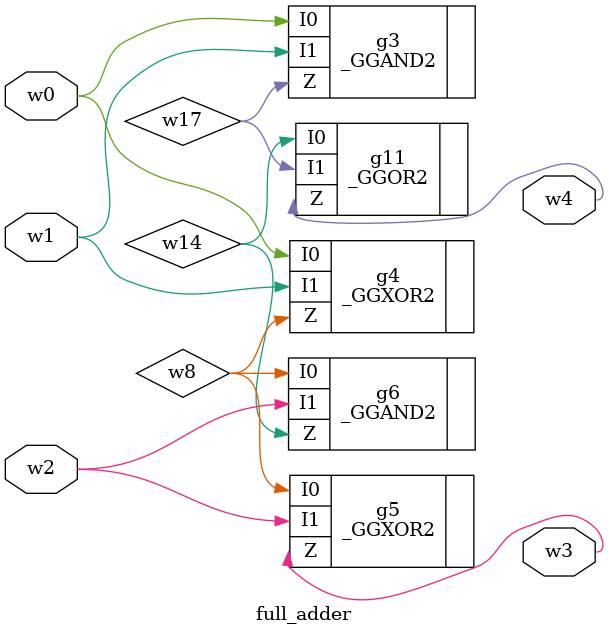
<source format=v>

`timescale 1ns/1ns


module main;    //: root_module
reg w6;    //: /sn:0 {0}(438,374)(438,364)(586,364){1}
//: {2}(590,364)(709,364){3}
//: {4}(713,364)(826,364)(826,365)(828,365){5}
//: {6}(832,365)(962,365){7}
//: {8}(830,367)(830,396){9}
//: {10}(711,366)(711,396){11}
//: {12}(588,366)(588,376)(589,376)(589,395){13}
reg w7;    //: /sn:0 {0}(881,688)(881,610)(882,610)(882,533){1}
//: {2}(884,531)(966,531){3}
//: {4}(880,531)(822,531){5}
//: {6}(818,531)(681,531){7}
//: {8}(677,531)(551,531){9}
//: {10}(547,531)(421,531){11}
//: {12}(417,531)(367,531)(367,581){13}
//: {14}(419,533)(419,543)(421,543)(421,579){15}
//: {16}(549,533)(549,537){17}
//: {18}(679,533)(679,540){19}
//: {20}(820,533)(820,540){21}
reg w4;    //: /sn:0 {0}(961,83)(823,83){1}
//: {2}(819,83)(716,83){3}
//: {4}(712,83)(594,83){5}
//: {6}(590,83)(445,83)(445,103){7}
//: {8}(592,85)(50:592,146){9}
//: {10}(714,85)(714,95)(718,95)(718,144){11}
//: {12}(821,85)(821,97)(831,97)(831,130){13}
reg w0;    //: /sn:0 {0}(834,583)(834,541)(854,541)(854,378){1}
//: {2}(854,374)(854,227){3}
//: {4}(854,223)(854,117){5}
//: {6}(854,113)(854,51){7}
//: {8}(852,115)(836,115)(836,130){9}
//: {10}(852,225)(828,225)(828,237){11}
//: {12}(852,376)(835,376)(835,396){13}
reg w3;    //: /sn:0 {0}(874,688)(874,612)(1216,612)(1216,44)(942,44)(942,66)(488,66){1}
//: {2}(486,64)(486,51){3}
//: {4}(486,68)(486,136){5}
//: {6}(484,138)(458,138)(458,152){7}
//: {8}(486,140)(486,255){9}
//: {10}(484,257)(453,257)(453,276){11}
//: {12}(486,259)(486,401){13}
//: {14}(484,403)(455,403)(455,422){15}
//: {16}(486,405)(486,562)(431,562){17}
//: {18}(427,562)(390,562)(390,582){19}
//: {20}(429,564)(429,574)(426,574)(426,579){21}
reg w24;    //: /sn:0 {0}(662,171)(662,295){1}
reg w1;    //: /sn:0 {0}(696,573)(696,515)(732,515)(732,378){1}
//: {2}(732,374)(732,229){3}
//: {4}(732,225)(732,126){5}
//: {6}(732,122)(732,53){7}
//: {8}(730,124)(723,124)(723,144){9}
//: {10}(730,227)(699,227)(699,238){11}
//: {12}(730,376)(716,376)(716,396){13}
reg w27;    //: /sn:0 {0}(793,291)(793,180)(783,180)(783,175){1}
reg w67;    //: /sn:0 {0}(320,675)(375,675)(375,697){1}
reg w2;    //: /sn:0 {0}(554,576)(554,569)(570,569)(570,519)(612,519)(612,377){1}
//: {2}(612,373)(612,220){3}
//: {4}(612,216)(612,133){5}
//: {6}(612,129)(612,51){7}
//: {8}(610,131)(597,131)(597,146){9}
//: {10}(610,218)(574,218)(574,240){11}
//: {12}(610,375)(594,375)(594,395){13}
reg w11;    //: /sn:0 {0}(545,296)(545,231)(537,231)(537,173){1}
supply0 w47;    //: /sn:0 {0}(345,769)(345,742)(377,742)(377,727){1}
reg w5;    //: /sn:0 {0}(436,228)(436,209)(562,209){1}
//: {2}(566,209)(692,209){3}
//: {4}(696,209)(821,209){5}
//: {6}(825,209)(959,209){7}
//: {8}(823,211)(823,237){9}
//: {10}(694,211)(694,238){11}
//: {12}(564,211)(564,231)(569,231)(569,240){13}
wire w13;    //: /sn:0 {0}(655,295)(655,196)(594,196)(594,167){1}
wire w16;    //: /sn:0 {0}(786,291)(786,195)(720,195)(720,165){1}
wire w58;    //: /sn:0 {0}(829,583)(829,570)(820,570)(820,556){1}
wire w50;    //: /sn:0 {0}(390,618)(390,598){1}
wire w34;    //: /sn:0 {0}(619,697)(619,673)(540,673)(540,648){1}
wire w59;    //: /sn:0 {0}(752,693)(752,669)(785,669)(785,645){1}
wire w81;    //: /sn:0 {0}(879,718)(879,725)(1109,725){1}
wire w25;    //: /sn:0 {0}(646,617)(646,506)(545,506)(545,476){1}
wire w39;    //: /sn:0 {0}(783,477)(783,501)(790,501)(790,615){1}
wire w56;    //: /sn:0 {0}(648,647)(648,672)(626,672)(626,697){1}
wire w22;    //: /sn:0 {0}(781,447)(781,355)(667,355)(667,325){1}
wire w36;    //: /sn:0 {0}(832,417)(832,432)(795,432)(795,447){1}
wire w20;    //: /sn:0 {0}(540,326)(540,446){1}
wire w60;    //: /sn:0 {0}(387,762)(387,727){1}
wire w30;    //: /sn:0 {0}(800,291)(800,274)(825,274)(825,258){1}
wire w29;    //: /sn:0 {0}(535,476)(535,618){1}
wire w71;    //: /sn:0 {0}(631,760)(631,727){1}
wire w37;    //: /sn:0 {0}(423,600)(423,603)(397,603)(397,618){1}
wire w42;    //: /sn:0 {0}(551,597)(551,604)(542,604)(542,618){1}
wire w19;    //: /sn:0 {0}(1110,166)(833,166)(833,151){1}
wire w18;    //: /sn:0 {0}(650,446)(650,353)(550,353)(550,326){1}
wire w66;    //: /sn:0 {0}(523,762)(523,730){1}
wire w73;    //: /sn:0 {0}(747,723)(747,733)(732,733)(732,682)(633,682)(633,697){1}
wire w10;    //: /sn:0 {0}(538,296)(538,251)(455,251)(455,173){1}
wire w23;    //: /sn:0 {0}(657,446)(657,325){1}
wire w63;    //: /sn:0 {0}(513,730)(513,740)(498,740)(498,681)(389,681)(389,697){1}
wire w21;    //: /sn:0 {0}(552,296)(552,276)(571,276)(571,261){1}
wire w31;    //: /sn:0 {0}(528,618)(528,519)(452,519)(452,443){1}
wire w32;    //: /sn:0 {0}(547,446)(547,426)(591,426)(591,416){1}
wire w68;    //: /sn:0 {0}(525,700)(525,690)(606,690)(606,737)(621,737)(621,727){1}
wire w8;    //: /sn:0 {0}(798,321)(798,328)(1116,328){1}
wire w46;    //: /sn:0 {0}(383,618)(383,602)(367,602)(367,597){1}
wire w52;    //: /sn:0 {0}(691,573)(691,567)(679,567)(679,556){1}
wire w17;    //: /sn:0 {0}(788,321)(788,447){1}
wire w44;    //: /sn:0 {0}(653,617)(653,491)(652,491)(652,476){1}
wire w28;    //: /sn:0 {0}(438,390)(438,407)(450,407)(450,422){1}
wire w33;    //: /sn:0 {0}(664,446)(664,426)(713,426)(713,417){1}
wire w35;    //: /sn:0 {0}(530,648)(530,685)(518,685)(518,700){1}
wire w14;    //: /sn:0 {0}(436,244)(436,261)(448,261)(448,276){1}
wire w45;    //: /sn:0 {0}(658,647)(658,669)(745,669)(745,693){1}
wire w41;    //: /sn:0 {0}(385,648)(385,682)(382,682)(382,697){1}
wire w78;    //: /sn:0 {0}(759,693)(759,682)(784,682)(784,736)(869,736)(869,718){1}
wire w15;    //: /sn:0 {0}(533,446)(533,353)(450,353)(450,297){1}
wire w38;    //: /sn:0 {0}(1115,491)(793,491)(793,477){1}
wire w55;    //: /sn:0 {0}(693,594)(693,609)(660,609)(660,617){1}
wire w61;    //: /sn:0 {0}(797,615)(797,609)(831,609)(831,604){1}
wire w43;    //: /sn:0 {0}(783,615)(783,508)(662,508)(662,476){1}
wire w9;    //: /sn:0 {0}(445,119)(445,137)(453,137)(453,152){1}
wire w26;    //: /sn:0 {0}(696,259)(696,263)(669,263)(669,295){1}
wire w76;    //: /sn:0 {0}(757,723)(757,744)(758,744)(758,759){1}
wire w40;    //: /sn:0 {0}(511,700)(511,670)(395,670)(395,648){1}
wire w51;    //: /sn:0 {0}(549,576)(549,553){1}
wire w57;    //: /sn:0 {0}(795,645)(795,673)(867,673)(867,688){1}
//: enddecls

  //: SWITCH g4 (w4) @(979,83) /sn:0 /R:2 /w:[ 0 ] /st:0 /dn:1
  _GGAND2 #(6) g8 (.I0(w3), .I1(w9), .Z(w10));   //: @(455,163) /sn:0 /R:3 /w:[ 7 1 1 ]
  _GGAND2 #(6) g44 (.I0(w0), .I1(w6), .Z(w36));   //: @(832,407) /sn:0 /R:3 /w:[ 13 9 0 ]
  full_adder g75 (.w3(w57), .w4(w59), .w0(w61), .w1(w39), .w2(w43));   //: @(790, 630) /symbol:94362986629672 /sn:0 /w:[ 0 1 0 1 0 ]
  //: SWITCH g3 (w3) @(486,38) /sn:0 /R:3 /w:[ 3 ] /st:1 /dn:1
  //: joint g16 (w2) @(612, 131) /w:[ -1 6 8 5 ]
  //: joint g47 (w6) @(711, 364) /w:[ 4 -1 3 10 ]
  //: joint g17 (w1) @(732, 124) /w:[ -1 6 8 5 ]
  //: SWITCH g26 (w24) @(662,158) /sn:0 /R:3 /w:[ 0 ] /st:0 /dn:1
  //: SWITCH g2 (w2) @(612,38) /sn:0 /R:3 /w:[ 7 ] /st:0 /dn:1
  _GGAND2 #(6) g23 (.I0(w2), .I1(w5), .Z(w21));   //: @(571,251) /sn:0 /R:3 /w:[ 11 13 1 ]
  full_adder g30 (.w3(w22), .w4(w23), .w0(w26), .w1(w24), .w2(w13));   //: @(662, 310) /symbol:94362986629672 /sn:0 /w:[ 1 1 1 1 0 ]
  //: joint g74 (w7) @(820, 531) /w:[ 5 -1 6 20 ]
  //: SWITCH g1 (w1) @(732,40) /sn:0 /R:3 /w:[ 7 ] /st:1 /dn:1
  //: joint g24 (w3) @(486, 257) /w:[ -1 9 10 12 ]
  _GGNBUF #(2) g39 (.I(w6), .Z(w28));   //: @(438,380) /sn:0 /R:3 /w:[ 0 0 ]
  full_adder g77 (.w3(w66), .w4(w63), .w0(w68), .w1(w35), .w2(w40));   //: @(518, 715) /symbol:94362986629672 /sn:0 /w:[ 1 0 0 1 0 ]
  //: LED g86 (w71) @(631,767) /sn:0 /R:2 /w:[ 0 ] /type:0
  //: joint g29 (w5) @(564, 209) /w:[ 2 -1 1 12 ]
  _GGNBUF #(2) g60 (.I(w7), .Z(w46));   //: @(367,587) /sn:0 /R:3 /w:[ 13 1 ]
  full_adder g51 (.w3(w25), .w4(w29), .w0(w32), .w1(w20), .w2(w15));   //: @(540, 461) /symbol:94362986629672 /sn:0 /w:[ 1 0 0 1 0 ]
  //: joint g18 (w0) @(854, 115) /w:[ -1 6 8 5 ]
  //: joint g70 (w7) @(679, 531) /w:[ 7 -1 8 18 ]
  //: joint g82 (w7) @(882, 531) /w:[ 2 -1 4 1 ]
  _GGAND2 #(6) g10 (.I0(w1), .I1(w4), .Z(w16));   //: @(720,155) /sn:0 /R:3 /w:[ 9 11 1 ]
  //: SWITCH g25 (w11) @(537,160) /sn:0 /R:3 /w:[ 1 ] /st:0 /dn:1
  //: joint g65 (w7) @(549, 531) /w:[ 9 -1 10 16 ]
  full_adder g64 (.w3(w34), .w4(w35), .w0(w42), .w1(w29), .w2(w31));   //: @(535, 633) /symbol:94362986629672 /sn:0 /w:[ 1 0 1 1 0 ]
  //: joint g49 (w6) @(830, 365) /w:[ 6 -1 5 8 ]
  _GGNBUF #(2) g72 (.I(w7), .Z(w58));   //: @(820,546) /sn:0 /R:3 /w:[ 21 1 ]
  //: SWITCH g6 (w6) @(980,365) /sn:0 /R:2 /w:[ 7 ] /st:1 /dn:1
  //: joint g50 (w0) @(854, 376) /w:[ -1 2 12 1 ]
  //: SWITCH g7 (w7) @(984,531) /sn:0 /R:2 /w:[ 3 ] /st:0 /dn:1
  _GGAND2 #(6) g9 (.I0(w2), .I1(w4), .Z(w13));   //: @(594,157) /sn:0 /R:3 /w:[ 9 9 1 ]
  //: joint g35 (w0) @(854, 225) /w:[ -1 4 10 3 ]
  _GGAND2 #(6) g56 (.I0(w3), .I1(w7), .Z(w37));   //: @(423,590) /sn:0 /R:3 /w:[ 21 15 0 ]
  _GGNBUF #(2) g68 (.I(w7), .Z(w52));   //: @(679,546) /sn:0 /R:3 /w:[ 19 1 ]
  _GGAND2 #(6) g73 (.I0(w0), .I1(w58), .Z(w61));   //: @(831,594) /sn:0 /R:3 /w:[ 0 0 1 ]
  //: LED g58 (w81) @(1116,725) /sn:0 /R:3 /w:[ 1 ] /type:0
  full_adder g22 (.w3(w18), .w4(w20), .w0(w21), .w1(w11), .w2(w10));   //: @(545, 311) /symbol:94362986629672 /sn:0 /w:[ 1 0 0 0 0 ]
  _GGAND2 #(6) g31 (.I0(w1), .I1(w5), .Z(w26));   //: @(696,249) /sn:0 /R:3 /w:[ 11 11 0 ]
  _GGNBUF #(2) g59 (.I(w3), .Z(w50));   //: @(390,588) /sn:0 /R:3 /w:[ 19 1 ]
  full_adder g71 (.w3(w45), .w4(w56), .w0(w55), .w1(w44), .w2(w25));   //: @(653, 632) /symbol:94362986629672 /sn:0 /w:[ 0 0 1 0 0 ]
  _GGAND2 #(6) g67 (.I0(w2), .I1(w51), .Z(w42));   //: @(551,587) /sn:0 /R:3 /w:[ 0 0 0 ]
  //: LED g85 (w60) @(387,769) /sn:0 /R:2 /w:[ 0 ] /type:0
  //: GROUND g87 (w47) @(345,775) /sn:0 /w:[ 0 ]
  //: SWITCH g83 (w67) @(303,675) /sn:0 /w:[ 0 ] /st:1 /dn:1
  _GGAND2 #(6) g33 (.I0(w0), .I1(w5), .Z(w30));   //: @(825,248) /sn:0 /R:3 /w:[ 11 9 1 ]
  full_adder g36 (.w3(w8), .w4(w17), .w0(w30), .w1(w27), .w2(w16));   //: @(793, 306) /symbol:94362986629672 /sn:0 /w:[ 0 0 0 0 0 ]
  //: joint g45 (w6) @(588, 364) /w:[ 2 -1 1 12 ]
  //: comment g54 @(1010,73) /sn:0
  //: /line:"b0"
  //: /line:""
  //: /line:""
  //: /line:""
  //: /line:""
  //: /line:""
  //: /line:""
  //: /line:""
  //: /line:""
  //: /line:""
  //: /line:"b1"
  //: /line:""
  //: /line:""
  //: /line:""
  //: /line:""
  //: /line:""
  //: /line:""
  //: /line:""
  //: /line:""
  //: /line:""
  //: /line:""
  //: /line:""
  //: /line:"b2"
  //: /line:""
  //: /line:""
  //: /line:""
  //: /line:""
  //: /line:""
  //: /line:""
  //: /line:""
  //: /line:""
  //: /line:""
  //: /line:""
  //: /line:""
  //: /line:""
  //: /line:"b3"
  //: /end
  //: joint g41 (w3) @(486, 403) /w:[ -1 13 14 16 ]
  _GGAND2 #(6) g40 (.I0(w3), .I1(w28), .Z(w31));   //: @(452,433) /sn:0 /R:3 /w:[ 15 1 1 ]
  _GGAND2 #(6) g42 (.I0(w2), .I1(w6), .Z(w32));   //: @(591,406) /sn:0 /R:3 /w:[ 13 13 1 ]
  full_adder g52 (.w3(w38), .w4(w39), .w0(w36), .w1(w17), .w2(w22));   //: @(788, 462) /symbol:94362986629672 /sn:0 /w:[ 1 0 1 1 0 ]
  //: joint g69 (w1) @(732, 376) /w:[ -1 2 12 1 ]
  //: joint g81 (w3) @(486, 66) /w:[ 1 2 -1 4 ]
  //: LED g66 (w76) @(758,766) /sn:0 /R:2 /w:[ 1 ] /type:0
  _GGNBUF #(2) g12 (.I(w4), .Z(w9));   //: @(445,109) /sn:0 /R:3 /w:[ 7 0 ]
  //: joint g28 (w2) @(612, 218) /w:[ -1 4 10 3 ]
  //: joint g34 (w5) @(823, 209) /w:[ 6 -1 5 8 ]
  //: joint g46 (w2) @(612, 375) /w:[ -1 2 12 1 ]
  full_adder g57 (.w3(w40), .w4(w41), .w0(w37), .w1(w50), .w2(w46));   //: @(390, 633) /symbol:94362986629672 /sn:0 /w:[ 1 0 1 0 0 ]
  //: SWITCH g5 (w5) @(977,209) /sn:0 /R:2 /w:[ 7 ] /st:1 /dn:1
  _GGAND2 #(6) g11 (.I0(w0), .I1(w4), .Z(w19));   //: @(833,141) /sn:0 /R:3 /w:[ 9 13 1 ]
  //: joint g14 (w4) @(821, 83) /w:[ 1 -1 2 12 ]
  //: LED g84 (w66) @(523,769) /sn:0 /R:2 /w:[ 0 ] /type:0
  //: LED g19 (w19) @(1117,166) /sn:0 /R:3 /w:[ 0 ] /type:0
  _GGNBUF #(2) g21 (.I(w5), .Z(w14));   //: @(436,234) /sn:0 /R:3 /w:[ 0 0 ]
  //: joint g61 (w7) @(419, 531) /w:[ 11 -1 12 14 ]
  _GGAND2 #(6) g20 (.I0(w3), .I1(w14), .Z(w15));   //: @(450,287) /sn:0 /R:3 /w:[ 11 1 1 ]
  //: joint g32 (w5) @(694, 209) /w:[ 4 -1 3 10 ]
  full_adder g78 (.w3(w71), .w4(w68), .w0(w73), .w1(w56), .w2(w34));   //: @(626, 712) /symbol:94362986629672 /sn:0 /w:[ 1 1 1 1 0 ]
  full_adder g79 (.w3(w76), .w4(w73), .w0(w78), .w1(w59), .w2(w45));   //: @(752, 708) /symbol:94362986629672 /sn:0 /w:[ 0 0 0 0 1 ]
  _GGNBUF #(2) g63 (.I(w7), .Z(w51));   //: @(549,543) /sn:0 /R:3 /w:[ 17 1 ]
  //: SWITCH g0 (w0) @(854,38) /sn:0 /R:3 /w:[ 7 ] /st:0 /dn:1
  //: joint g15 (w3) @(486, 138) /w:[ -1 5 6 8 ]
  //: LED g38 (w8) @(1123,328) /sn:0 /R:3 /w:[ 1 ] /type:0
  _GGAND2 #(6) g43 (.I0(w1), .I1(w6), .Z(w33));   //: @(713,407) /sn:0 /R:3 /w:[ 13 11 1 ]
  //: comment g89 @(492,2) /sn:0
  //: /line:"a3                 a2                 a1                 a0"
  //: /end
  //: SWITCH g27 (w27) @(783,162) /sn:0 /R:3 /w:[ 1 ] /st:0 /dn:1
  _GGAND2 #(6) g48 (.I0(w1), .I1(w52), .Z(w55));   //: @(693,584) /sn:0 /R:3 /w:[ 0 0 0 ]
  //: joint g37 (w1) @(732, 227) /w:[ -1 4 10 3 ]
  //: joint g62 (w3) @(429, 562) /w:[ 17 -1 18 20 ]
  //: LED g55 (w38) @(1122,491) /sn:0 /R:3 /w:[ 0 ] /type:0
  full_adder g80 (.w3(w81), .w4(w78), .w0(w7), .w1(w3), .w2(w57));   //: @(874, 703) /symbol:94362986629672 /sn:0 /w:[ 0 1 0 0 1 ]
  //: joint g88 (w4) @(592, 83) /w:[ 5 -1 6 8 ]
  //: joint g13 (w4) @(714, 83) /w:[ 3 -1 4 10 ]
  full_adder g53 (.w3(w43), .w4(w44), .w0(w33), .w1(w23), .w2(w18));   //: @(657, 461) /symbol:94362986629672 /sn:0 /w:[ 1 1 0 0 0 ]
  full_adder g76 (.w3(w60), .w4(w47), .w0(w63), .w1(w41), .w2(w67));   //: @(382, 712) /symbol:94362986629672 /sn:0 /w:[ 1 1 1 1 1 ]

endmodule
//: /netlistEnd

//: /netlistBegin full_adder
module full_adder(w4, w2, w1, w0, w3);
//: /symbol:94362986629672
//: interface  /sz:(40, 40) /bd:[ ] /pd: 0 /pi: 0 /pe: 1 /pp: 1
output w4;    //: /sn:0 {0}(321,338)(321,299){1}
input w0;    //: /sn:0 {0}(497,201)(497,190){1}
//: {2}(497,186)(497,140)(489,140)(489,129){3}
//: {4}(495,188)(287,188)(287,213){5}
output w3;    //: /sn:0 {0}(413,297)(413,334){1}
input w1;    //: /sn:0 {0}(417,129)(417,163){1}
//: {2}(419,165)(492,165)(492,201){3}
//: {4}(415,165)(282,165)(282,213){5}
input w2;    //: /sn:0 {0}(411,276)(411,201)(339,201){1}
//: {2}(335,201)(322,201)(322,130){3}
//: {4}(337,203)(337,234){5}
wire w8;    //: /sn:0 {0}(494,222)(494,231)(428,231){1}
//: {2}(424,231)(342,231)(342,234){3}
//: {4}(426,233)(426,246)(416,246)(416,276){5}
wire w17;    //: /sn:0 {0}(319,278)(319,266)(284,266)(284,234){1}
wire w14;    //: /sn:0 {0}(324,278)(324,267)(339,267)(339,255){1}
//: enddecls

  _GGXOR2 #(8) g4 (.I0(w0), .I1(w1), .Z(w8));   //: @(494,212) /sn:0 /R:3 /w:[ 0 3 0 ]
  //: joint g8 (w2) @(337, 201) /w:[ 1 -1 2 4 ]
  _GGAND2 #(6) g3 (.I0(w0), .I1(w1), .Z(w17));   //: @(284,224) /sn:0 /R:3 /w:[ 5 5 1 ]
  //: OUT g16 (w4) @(321,335) /sn:0 /R:3 /w:[ 0 ]
  //: comment g17 @(414,366) /sn:0
  //: /line:"S"
  //: /end
  //: IN g2 (w2) @(322,128) /sn:0 /R:3 /w:[ 3 ]
  //: IN g1 (w1) @(417,127) /sn:0 /R:3 /w:[ 0 ]
  //: comment g18 @(303,367) /sn:0
  //: /line:"Cout"
  //: /end
  //: joint g10 (w1) @(417, 165) /w:[ 2 1 4 -1 ]
  _GGAND2 #(6) g6 (.I0(w8), .I1(w2), .Z(w14));   //: @(339,245) /sn:0 /R:3 /w:[ 3 5 1 ]
  //: joint g7 (w8) @(426, 231) /w:[ 1 -1 2 4 ]
  //: joint g9 (w0) @(497, 188) /w:[ -1 2 4 1 ]
  //: comment g12 @(485,92) /sn:0
  //: /line:"A"
  //: /end
  _GGXOR2 #(8) g5 (.I0(w8), .I1(w2), .Z(w3));   //: @(413,287) /sn:0 /R:3 /w:[ 5 0 0 ]
  _GGOR2 #(6) g11 (.I0(w14), .I1(w17), .Z(w4));   //: @(321,289) /sn:0 /R:3 /w:[ 0 0 1 ]
  //: comment g14 @(309,90) /sn:0
  //: /line:"Cin"
  //: /end
  //: IN g0 (w0) @(489,127) /sn:0 /R:3 /w:[ 3 ]
  //: OUT g15 (w3) @(413,331) /sn:0 /R:3 /w:[ 1 ]
  //: comment g13 @(411,92) /sn:0
  //: /line:"B"
  //: /end

endmodule
//: /netlistEnd


</source>
